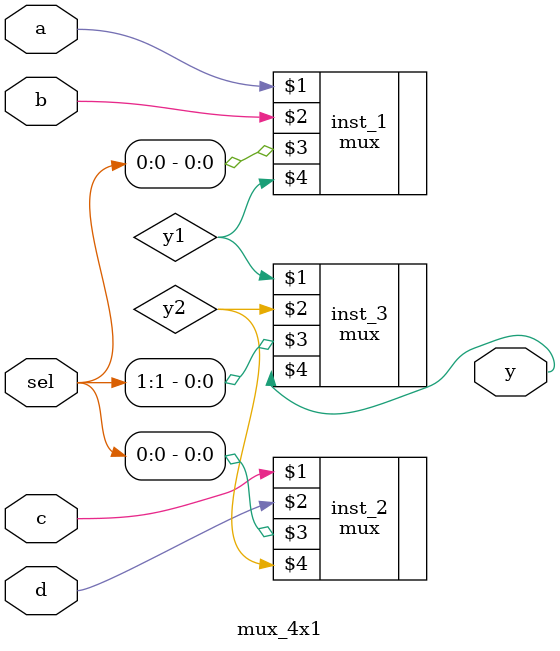
<source format=v>
module mux_4x1 (
     input a, b, c, d, 
	 input [1:0] sel,
	 output y
	 );
	 mux inst_1 (a, b, sel[0], y1);
	 mux inst_2 (c, d, sel[0], y2);
	 mux inst_3 (y1, y2, sel[1], y);
	 
	endmodule
</source>
